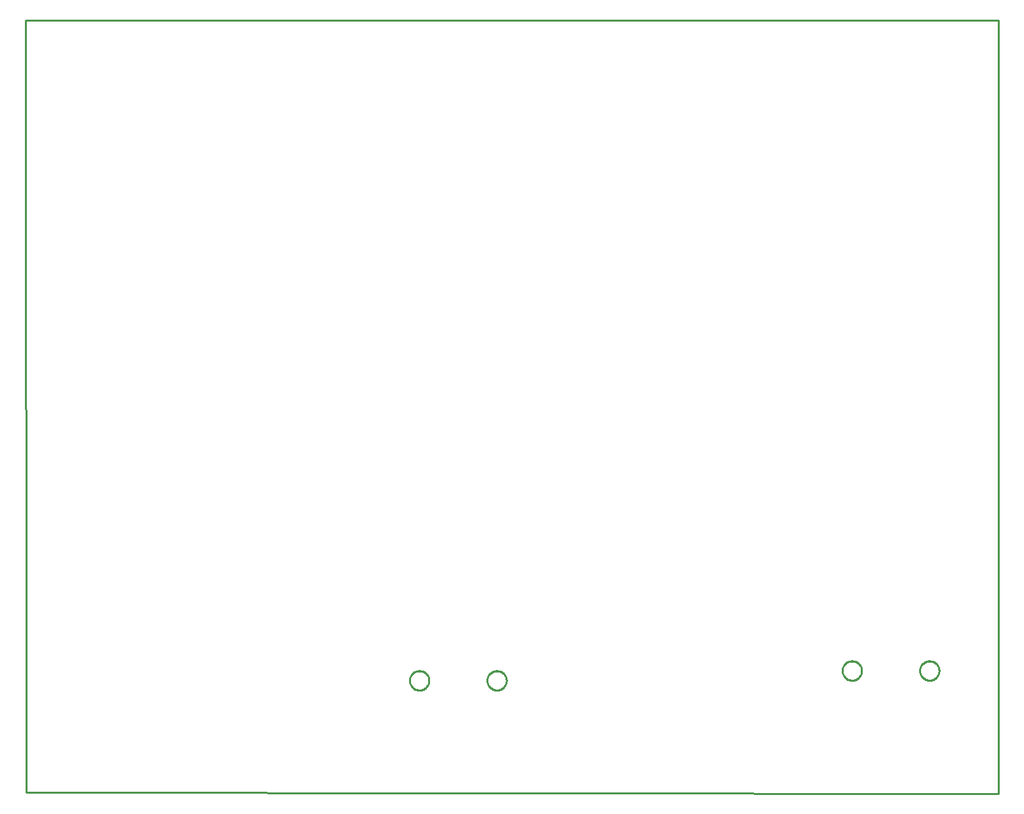
<source format=gbr>
G04 EAGLE Gerber RS-274X export*
G75*
%MOMM*%
%FSLAX34Y34*%
%LPD*%
%IN*%
%IPPOS*%
%AMOC8*
5,1,8,0,0,1.08239X$1,22.5*%
G01*
%ADD10C,0.254000*%


D10*
X0Y1000000D02*
X1016Y1270D01*
X1257100Y0D01*
X1257100Y1000000D01*
X0Y1000000D01*
X1080100Y158409D02*
X1080023Y157430D01*
X1079869Y156460D01*
X1079640Y155504D01*
X1079336Y154570D01*
X1078961Y153663D01*
X1078515Y152788D01*
X1078001Y151950D01*
X1077424Y151155D01*
X1076786Y150408D01*
X1076092Y149714D01*
X1075345Y149076D01*
X1074550Y148499D01*
X1073712Y147985D01*
X1072837Y147539D01*
X1071930Y147164D01*
X1070996Y146860D01*
X1070041Y146631D01*
X1069070Y146477D01*
X1068091Y146400D01*
X1067109Y146400D01*
X1066130Y146477D01*
X1065160Y146631D01*
X1064204Y146860D01*
X1063270Y147164D01*
X1062363Y147539D01*
X1061488Y147985D01*
X1060650Y148499D01*
X1059855Y149076D01*
X1059108Y149714D01*
X1058414Y150408D01*
X1057776Y151155D01*
X1057199Y151950D01*
X1056685Y152788D01*
X1056239Y153663D01*
X1055864Y154570D01*
X1055560Y155504D01*
X1055331Y156460D01*
X1055177Y157430D01*
X1055100Y158409D01*
X1055100Y159391D01*
X1055177Y160370D01*
X1055331Y161341D01*
X1055560Y162296D01*
X1055864Y163230D01*
X1056239Y164137D01*
X1056685Y165012D01*
X1057199Y165850D01*
X1057776Y166645D01*
X1058414Y167392D01*
X1059108Y168086D01*
X1059855Y168724D01*
X1060650Y169301D01*
X1061488Y169815D01*
X1062363Y170261D01*
X1063270Y170636D01*
X1064204Y170940D01*
X1065160Y171169D01*
X1066130Y171323D01*
X1067109Y171400D01*
X1068091Y171400D01*
X1069070Y171323D01*
X1070041Y171169D01*
X1070996Y170940D01*
X1071930Y170636D01*
X1072837Y170261D01*
X1073712Y169815D01*
X1074550Y169301D01*
X1075345Y168724D01*
X1076092Y168086D01*
X1076786Y167392D01*
X1077424Y166645D01*
X1078001Y165850D01*
X1078515Y165012D01*
X1078961Y164137D01*
X1079336Y163230D01*
X1079640Y162296D01*
X1079869Y161341D01*
X1080023Y160370D01*
X1080100Y159391D01*
X1080100Y158409D01*
X1180100Y158409D02*
X1180023Y157430D01*
X1179869Y156460D01*
X1179640Y155504D01*
X1179336Y154570D01*
X1178961Y153663D01*
X1178515Y152788D01*
X1178001Y151950D01*
X1177424Y151155D01*
X1176786Y150408D01*
X1176092Y149714D01*
X1175345Y149076D01*
X1174550Y148499D01*
X1173712Y147985D01*
X1172837Y147539D01*
X1171930Y147164D01*
X1170996Y146860D01*
X1170041Y146631D01*
X1169070Y146477D01*
X1168091Y146400D01*
X1167109Y146400D01*
X1166130Y146477D01*
X1165160Y146631D01*
X1164204Y146860D01*
X1163270Y147164D01*
X1162363Y147539D01*
X1161488Y147985D01*
X1160650Y148499D01*
X1159855Y149076D01*
X1159108Y149714D01*
X1158414Y150408D01*
X1157776Y151155D01*
X1157199Y151950D01*
X1156685Y152788D01*
X1156239Y153663D01*
X1155864Y154570D01*
X1155560Y155504D01*
X1155331Y156460D01*
X1155177Y157430D01*
X1155100Y158409D01*
X1155100Y159391D01*
X1155177Y160370D01*
X1155331Y161341D01*
X1155560Y162296D01*
X1155864Y163230D01*
X1156239Y164137D01*
X1156685Y165012D01*
X1157199Y165850D01*
X1157776Y166645D01*
X1158414Y167392D01*
X1159108Y168086D01*
X1159855Y168724D01*
X1160650Y169301D01*
X1161488Y169815D01*
X1162363Y170261D01*
X1163270Y170636D01*
X1164204Y170940D01*
X1165160Y171169D01*
X1166130Y171323D01*
X1167109Y171400D01*
X1168091Y171400D01*
X1169070Y171323D01*
X1170041Y171169D01*
X1170996Y170940D01*
X1171930Y170636D01*
X1172837Y170261D01*
X1173712Y169815D01*
X1174550Y169301D01*
X1175345Y168724D01*
X1176092Y168086D01*
X1176786Y167392D01*
X1177424Y166645D01*
X1178001Y165850D01*
X1178515Y165012D01*
X1178961Y164137D01*
X1179336Y163230D01*
X1179640Y162296D01*
X1179869Y161341D01*
X1180023Y160370D01*
X1180100Y159391D01*
X1180100Y158409D01*
X521300Y145709D02*
X521223Y144730D01*
X521069Y143760D01*
X520840Y142804D01*
X520536Y141870D01*
X520161Y140963D01*
X519715Y140088D01*
X519201Y139250D01*
X518624Y138455D01*
X517986Y137708D01*
X517292Y137014D01*
X516545Y136376D01*
X515750Y135799D01*
X514912Y135285D01*
X514037Y134839D01*
X513130Y134464D01*
X512196Y134160D01*
X511241Y133931D01*
X510270Y133777D01*
X509291Y133700D01*
X508309Y133700D01*
X507330Y133777D01*
X506360Y133931D01*
X505404Y134160D01*
X504470Y134464D01*
X503563Y134839D01*
X502688Y135285D01*
X501850Y135799D01*
X501055Y136376D01*
X500308Y137014D01*
X499614Y137708D01*
X498976Y138455D01*
X498399Y139250D01*
X497885Y140088D01*
X497439Y140963D01*
X497064Y141870D01*
X496760Y142804D01*
X496531Y143760D01*
X496377Y144730D01*
X496300Y145709D01*
X496300Y146691D01*
X496377Y147670D01*
X496531Y148641D01*
X496760Y149596D01*
X497064Y150530D01*
X497439Y151437D01*
X497885Y152312D01*
X498399Y153150D01*
X498976Y153945D01*
X499614Y154692D01*
X500308Y155386D01*
X501055Y156024D01*
X501850Y156601D01*
X502688Y157115D01*
X503563Y157561D01*
X504470Y157936D01*
X505404Y158240D01*
X506360Y158469D01*
X507330Y158623D01*
X508309Y158700D01*
X509291Y158700D01*
X510270Y158623D01*
X511241Y158469D01*
X512196Y158240D01*
X513130Y157936D01*
X514037Y157561D01*
X514912Y157115D01*
X515750Y156601D01*
X516545Y156024D01*
X517292Y155386D01*
X517986Y154692D01*
X518624Y153945D01*
X519201Y153150D01*
X519715Y152312D01*
X520161Y151437D01*
X520536Y150530D01*
X520840Y149596D01*
X521069Y148641D01*
X521223Y147670D01*
X521300Y146691D01*
X521300Y145709D01*
X621300Y145709D02*
X621223Y144730D01*
X621069Y143760D01*
X620840Y142804D01*
X620536Y141870D01*
X620161Y140963D01*
X619715Y140088D01*
X619201Y139250D01*
X618624Y138455D01*
X617986Y137708D01*
X617292Y137014D01*
X616545Y136376D01*
X615750Y135799D01*
X614912Y135285D01*
X614037Y134839D01*
X613130Y134464D01*
X612196Y134160D01*
X611241Y133931D01*
X610270Y133777D01*
X609291Y133700D01*
X608309Y133700D01*
X607330Y133777D01*
X606360Y133931D01*
X605404Y134160D01*
X604470Y134464D01*
X603563Y134839D01*
X602688Y135285D01*
X601850Y135799D01*
X601055Y136376D01*
X600308Y137014D01*
X599614Y137708D01*
X598976Y138455D01*
X598399Y139250D01*
X597885Y140088D01*
X597439Y140963D01*
X597064Y141870D01*
X596760Y142804D01*
X596531Y143760D01*
X596377Y144730D01*
X596300Y145709D01*
X596300Y146691D01*
X596377Y147670D01*
X596531Y148641D01*
X596760Y149596D01*
X597064Y150530D01*
X597439Y151437D01*
X597885Y152312D01*
X598399Y153150D01*
X598976Y153945D01*
X599614Y154692D01*
X600308Y155386D01*
X601055Y156024D01*
X601850Y156601D01*
X602688Y157115D01*
X603563Y157561D01*
X604470Y157936D01*
X605404Y158240D01*
X606360Y158469D01*
X607330Y158623D01*
X608309Y158700D01*
X609291Y158700D01*
X610270Y158623D01*
X611241Y158469D01*
X612196Y158240D01*
X613130Y157936D01*
X614037Y157561D01*
X614912Y157115D01*
X615750Y156601D01*
X616545Y156024D01*
X617292Y155386D01*
X617986Y154692D01*
X618624Y153945D01*
X619201Y153150D01*
X619715Y152312D01*
X620161Y151437D01*
X620536Y150530D01*
X620840Y149596D01*
X621069Y148641D01*
X621223Y147670D01*
X621300Y146691D01*
X621300Y145709D01*
M02*

</source>
